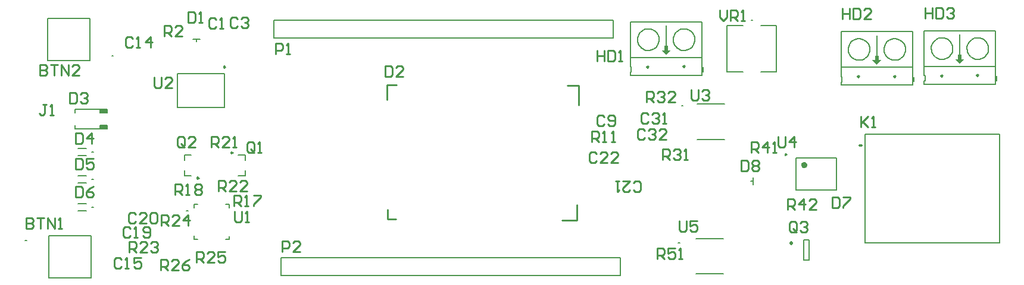
<source format=gto>
G04*
G04 #@! TF.GenerationSoftware,Altium Limited,Altium Designer,23.9.2 (47)*
G04*
G04 Layer_Color=65535*
%FSLAX44Y44*%
%MOMM*%
G71*
G04*
G04 #@! TF.SameCoordinates,96740390-7EB4-44B9-9E62-99E587B0A754*
G04*
G04*
G04 #@! TF.FilePolarity,Positive*
G04*
G01*
G75*
%ADD10C,0.2000*%
%ADD11C,0.1778*%
%ADD12C,0.1000*%
%ADD13C,0.2500*%
%ADD14C,0.3000*%
%ADD15C,0.1270*%
%ADD16C,0.1524*%
%ADD17C,0.2540*%
%ADD18C,0.5000*%
%ADD19R,1.0000X0.5000*%
G36*
X918845Y328295D02*
X925195Y334645D01*
X921385D01*
Y340995D01*
X916305D01*
Y334645D01*
X912495D01*
X918845Y328295D01*
D02*
G37*
G36*
X1118205Y168122D02*
X1112191D01*
Y174115D01*
X1118205D01*
Y168122D01*
D02*
G37*
G36*
X1218565Y314325D02*
X1224915Y320675D01*
X1221105D01*
Y327025D01*
X1216025D01*
Y320675D01*
X1212215D01*
X1218565Y314325D01*
D02*
G37*
G36*
X1336675Y315595D02*
X1343025Y321945D01*
X1339215D01*
Y328295D01*
X1334135D01*
Y321945D01*
X1330325D01*
X1336675Y315595D01*
D02*
G37*
D10*
X104265Y189865D02*
X102265D01*
X104265D01*
X238915Y106005D02*
X236915D01*
X238915D01*
X1041765Y377825D02*
X1039765D01*
X1041765D01*
X942945Y256095D02*
X940945D01*
X942945D01*
X132715Y326885D02*
X130715D01*
X132715D01*
X104265Y111125D02*
X102265D01*
X104265D01*
Y150495D02*
X102265D01*
X104265D01*
X938175Y60275D02*
X936175D01*
X938175D01*
X1118811Y171115D02*
X1117967Y173433D01*
X1115831Y174666D01*
X1113402Y174237D01*
X1111817Y172348D01*
Y169882D01*
X1113402Y167992D01*
X1115831Y167564D01*
X1117967Y168797D01*
X1118811Y171115D01*
X1090619Y186115D02*
X1088498Y187340D01*
Y184890D01*
X1090619Y186115D01*
X9205Y63365D02*
X7205D01*
X9205D01*
X454448Y352425D02*
X456565D01*
X361315D02*
X824865D01*
X843915D01*
Y377825D01*
X361315D02*
X843915D01*
X361315Y352425D02*
Y377825D01*
X310055Y185815D02*
X320055D01*
Y177815D02*
Y185815D01*
X310055Y155815D02*
X320055D01*
Y163815D01*
X223675Y253495D02*
Y301495D01*
X290675Y253495D02*
Y301495D01*
X223675Y253495D02*
X290675D01*
X223675Y301495D02*
X290675D01*
X233665Y177815D02*
Y185815D01*
X243665D01*
X233665Y155815D02*
Y163815D01*
Y155815D02*
X243665D01*
X1103705Y181115D02*
X1160705D01*
Y135115D02*
Y181115D01*
X1103705Y135115D02*
X1160705D01*
X1103705D02*
Y181115D01*
X464608Y13335D02*
X466725D01*
X371475D02*
X835025D01*
X854075D01*
Y38735D01*
X371475D02*
X854075D01*
X371475Y13335D02*
Y38735D01*
D11*
X934382Y338143D02*
X936439Y336685D01*
X938708Y335585D01*
X941126Y334871D01*
X943628Y334562D01*
X946148Y334669D01*
X948615Y335186D01*
X950965Y336101D01*
X953133Y337388D01*
X955061Y339014D01*
X956696Y340933D01*
X957995Y343094D01*
X958921Y345439D01*
X959452Y347904D01*
X959570Y350423D01*
X959275Y352927D01*
X958574Y355349D01*
X957484Y357623D01*
X956038Y359688D01*
X954272Y361488D01*
X952235Y362974D01*
X949982Y364106D01*
X947574Y364854D01*
X945076Y365197D01*
X942555Y365127D01*
X940081Y364644D01*
X937719Y363762D01*
X935533Y362505D01*
X933583Y360906D01*
X931921Y359010D01*
X930592Y356867D01*
X929632Y354536D01*
X929068Y352078D01*
X928913Y349562D01*
X929174Y347053D01*
X929842Y344622D01*
X930899Y342333D01*
X932317Y340248D01*
X934057Y338424D01*
X894563Y311023D02*
X892937Y312649D01*
X891311Y311023D01*
X892937Y309397D01*
X894563Y311023D01*
X945871Y311277D02*
X944245Y312903D01*
X942619Y311277D01*
X944245Y309651D01*
X945871Y311277D01*
X883604Y338124D02*
X885664Y336671D01*
X887934Y335575D01*
X890352Y334865D01*
X892855Y334561D01*
X895373Y334672D01*
X897839Y335193D01*
X900187Y336111D01*
X902352Y337402D01*
X904277Y339030D01*
X905909Y340951D01*
X907204Y343113D01*
X908127Y345458D01*
X908654Y347924D01*
X908770Y350442D01*
X908472Y352944D01*
X907767Y355365D01*
X906676Y357637D01*
X905228Y359700D01*
X903461Y361497D01*
X901423Y362981D01*
X899170Y364111D01*
X896762Y364857D01*
X894264Y365198D01*
X891745Y365125D01*
X889271Y364641D01*
X886910Y363758D01*
X884726Y362500D01*
X882777Y360901D01*
X881116Y359005D01*
X879789Y356862D01*
X878831Y354530D01*
X878267Y352074D01*
X878114Y349558D01*
X878374Y347051D01*
X879042Y344620D01*
X880099Y342332D01*
X881517Y340247D01*
X883257Y338424D01*
X1301434Y325424D02*
X1303494Y323971D01*
X1305764Y322875D01*
X1308182Y322165D01*
X1310685Y321861D01*
X1313203Y321972D01*
X1315669Y322493D01*
X1318017Y323411D01*
X1320182Y324702D01*
X1322106Y326330D01*
X1323739Y328251D01*
X1325034Y330413D01*
X1325957Y332758D01*
X1326484Y335224D01*
X1326600Y337742D01*
X1326302Y340244D01*
X1325597Y342665D01*
X1324506Y344937D01*
X1323058Y347000D01*
X1321291Y348797D01*
X1319253Y350281D01*
X1317000Y351411D01*
X1314592Y352157D01*
X1312094Y352498D01*
X1309575Y352425D01*
X1307101Y351941D01*
X1304740Y351058D01*
X1302556Y349800D01*
X1300607Y348201D01*
X1298947Y346305D01*
X1297619Y344162D01*
X1296661Y341830D01*
X1296097Y339374D01*
X1295944Y336858D01*
X1296204Y334351D01*
X1296872Y331920D01*
X1297929Y329632D01*
X1299347Y327547D01*
X1301087Y325724D01*
X1363701Y298577D02*
X1362075Y300203D01*
X1360449Y298577D01*
X1362075Y296951D01*
X1363701Y298577D01*
X1312393Y298323D02*
X1310767Y299949D01*
X1309141Y298323D01*
X1310767Y296697D01*
X1312393Y298323D01*
X1352212Y325443D02*
X1354269Y323985D01*
X1356538Y322885D01*
X1358956Y322171D01*
X1361458Y321862D01*
X1363978Y321968D01*
X1366445Y322486D01*
X1368795Y323401D01*
X1370963Y324688D01*
X1372891Y326314D01*
X1374526Y328233D01*
X1375824Y330394D01*
X1376751Y332739D01*
X1377281Y335204D01*
X1377401Y337723D01*
X1377105Y340227D01*
X1376404Y342649D01*
X1375314Y344923D01*
X1373867Y346988D01*
X1372102Y348788D01*
X1370065Y350274D01*
X1367812Y351406D01*
X1365404Y352154D01*
X1362906Y352497D01*
X1360385Y352427D01*
X1357911Y351944D01*
X1355549Y351062D01*
X1353363Y349805D01*
X1351413Y348206D01*
X1349751Y346310D01*
X1348422Y344167D01*
X1347462Y341836D01*
X1346898Y339378D01*
X1346743Y336861D01*
X1347004Y334353D01*
X1347672Y331922D01*
X1348729Y329633D01*
X1350147Y327548D01*
X1351887Y325723D01*
X1183324Y324154D02*
X1185384Y322701D01*
X1187654Y321605D01*
X1190072Y320895D01*
X1192575Y320591D01*
X1195093Y320702D01*
X1197559Y321223D01*
X1199907Y322141D01*
X1202072Y323432D01*
X1203997Y325060D01*
X1205629Y326981D01*
X1206924Y329143D01*
X1207847Y331488D01*
X1208374Y333954D01*
X1208490Y336471D01*
X1208192Y338974D01*
X1207487Y341395D01*
X1206396Y343667D01*
X1204948Y345730D01*
X1203181Y347528D01*
X1201143Y349011D01*
X1198890Y350141D01*
X1196482Y350887D01*
X1193984Y351228D01*
X1191465Y351155D01*
X1188991Y350671D01*
X1186630Y349788D01*
X1184446Y348530D01*
X1182497Y346931D01*
X1180836Y345035D01*
X1179509Y342892D01*
X1178551Y340560D01*
X1177987Y338104D01*
X1177834Y335588D01*
X1178094Y333080D01*
X1178762Y330650D01*
X1179819Y328362D01*
X1181237Y326277D01*
X1182977Y324454D01*
X1245591Y297307D02*
X1243965Y298933D01*
X1242339Y297307D01*
X1243965Y295681D01*
X1245591Y297307D01*
X1194283Y297053D02*
X1192657Y298679D01*
X1191031Y297053D01*
X1192657Y295427D01*
X1194283Y297053D01*
X1234102Y324173D02*
X1236159Y322715D01*
X1238428Y321615D01*
X1240846Y320901D01*
X1243348Y320592D01*
X1245868Y320699D01*
X1248335Y321216D01*
X1250685Y322131D01*
X1252853Y323418D01*
X1254781Y325044D01*
X1256416Y326963D01*
X1257714Y329124D01*
X1258641Y331469D01*
X1259172Y333934D01*
X1259290Y336453D01*
X1258995Y338957D01*
X1258294Y341379D01*
X1257204Y343653D01*
X1255758Y345718D01*
X1253992Y347518D01*
X1251955Y349004D01*
X1249702Y350136D01*
X1247294Y350884D01*
X1244796Y351227D01*
X1242275Y351157D01*
X1239801Y350674D01*
X1237439Y349792D01*
X1235253Y348535D01*
X1233303Y346936D01*
X1231641Y345040D01*
X1230312Y342897D01*
X1229352Y340566D01*
X1228788Y338108D01*
X1228633Y335592D01*
X1228894Y333083D01*
X1229561Y330652D01*
X1230619Y328363D01*
X1232037Y326278D01*
X1233777Y324454D01*
X868299Y324485D02*
X969137D01*
X969645Y337185D02*
Y375285D01*
X868045Y311531D02*
Y375285D01*
Y311531D02*
X869315D01*
Y303657D02*
Y311531D01*
X868045Y303657D02*
X869315D01*
X868045Y299085D02*
Y303657D01*
Y299085D02*
X969645D01*
Y337185D01*
X971169Y304165D02*
Y310515D01*
X918845Y331597D02*
Y369951D01*
X868045Y375285D02*
X969645D01*
X1285875Y362585D02*
X1387475D01*
X1336675Y318897D02*
Y357251D01*
X1388999Y291465D02*
Y297815D01*
X1387475Y286385D02*
Y324485D01*
X1285875Y286385D02*
X1387475D01*
X1285875D02*
Y290957D01*
X1287145D01*
Y298831D01*
X1285875D02*
X1287145D01*
X1285875D02*
Y362585D01*
X1387475Y324485D02*
Y362585D01*
X1286129Y311785D02*
X1386967D01*
X1167765Y361315D02*
X1269365D01*
X1218565Y317627D02*
Y355981D01*
X1270889Y290195D02*
Y296545D01*
X1269365Y285115D02*
Y323215D01*
X1167765Y285115D02*
X1269365D01*
X1167765D02*
Y289687D01*
X1169035D01*
Y297561D01*
X1167765D02*
X1169035D01*
X1167765D02*
Y361315D01*
X1269365Y323215D02*
Y361315D01*
X1168019Y310515D02*
X1268857D01*
D12*
X1141655Y103365D02*
D03*
D13*
X302305Y188815D02*
X300430Y189898D01*
Y187733D01*
X302305Y188815D01*
X291325Y310995D02*
X289450Y312078D01*
Y309912D01*
X291325Y310995D01*
X253915Y152815D02*
X252040Y153897D01*
Y151732D01*
X253915Y152815D01*
D14*
X1196305Y198985D02*
X1194305D01*
X1196305D01*
D15*
X82265Y195065D02*
X94265D01*
X82265Y184665D02*
X94265D01*
X247415Y65505D02*
X252915D01*
X247415D02*
Y70505D01*
X292415Y65505D02*
X297415D01*
Y69505D01*
Y110005D02*
Y115505D01*
X292415D02*
X297415D01*
X247415Y110005D02*
Y115505D01*
X252415D01*
X1005465Y304185D02*
Y370185D01*
X1005565Y304185D02*
X1028415D01*
X1053815D02*
X1075465D01*
Y370185D01*
X1053815D02*
X1075465D01*
X1005565D02*
X1028415D01*
X962845Y207795D02*
X1001845D01*
X962845Y258295D02*
X1001845D01*
X39215Y319885D02*
X99215D01*
Y379885D01*
X39215D02*
X99215D01*
X39215Y319885D02*
Y379885D01*
X82265Y105925D02*
X94265D01*
X82265Y116325D02*
X94265D01*
X82265Y145295D02*
X94265D01*
X82265Y155695D02*
X94265D01*
X961575Y66465D02*
X1000575D01*
X961575Y16085D02*
X1000575D01*
X77965Y250855D02*
X123965D01*
X77965Y222855D02*
X123965D01*
X77965Y245855D02*
Y250855D01*
X123965Y245855D02*
Y250855D01*
X77965Y222855D02*
Y227855D01*
X123965Y222855D02*
Y227855D01*
X113965Y245855D02*
X123965D01*
X113965Y227855D02*
X123965D01*
X113965Y245965D02*
Y250855D01*
Y222855D02*
Y227855D01*
X1201805Y60295D02*
Y215295D01*
X1392805D01*
Y60295D02*
Y215295D01*
X1201805Y60295D02*
X1392805D01*
X1114425Y35665D02*
Y64665D01*
Y35665D02*
X1122045D01*
Y64665D01*
X1114425D02*
X1122045D01*
X100705Y10365D02*
Y70365D01*
X40705Y10365D02*
X100705D01*
X40705D02*
Y70365D01*
X100705D01*
D16*
X250825Y346837D02*
Y350647D01*
X245745D02*
X255905D01*
X1042797Y142875D02*
Y153035D01*
X1038987Y147955D02*
X1042797D01*
D17*
X770444Y92508D02*
X792034D01*
Y114098D01*
X522794Y93778D02*
X534224D01*
X522794D02*
Y107748D01*
X521524Y263958D02*
Y285548D01*
X535494D01*
X794574Y256338D02*
Y284278D01*
X778064D02*
X794574D01*
X995051Y391792D02*
Y381636D01*
X1000129Y376558D01*
X1005208Y381636D01*
Y391792D01*
X1010286Y376558D02*
Y391792D01*
X1017903D01*
X1020443Y389253D01*
Y384175D01*
X1017903Y381636D01*
X1010286D01*
X1015364D02*
X1020443Y376558D01*
X1025521D02*
X1030599D01*
X1028060D01*
Y391792D01*
X1025521Y389253D01*
X937641Y91308D02*
Y78612D01*
X940180Y76073D01*
X945258D01*
X947798Y78612D01*
Y91308D01*
X963033D02*
X952876D01*
Y83691D01*
X957954Y86230D01*
X960494D01*
X963033Y83691D01*
Y78612D01*
X960494Y76073D01*
X955415D01*
X952876Y78612D01*
X1078103Y211450D02*
Y198754D01*
X1080642Y196215D01*
X1085721D01*
X1088260Y198754D01*
Y211450D01*
X1100956Y196215D02*
Y211450D01*
X1093338Y203832D01*
X1103495D01*
X954409Y278762D02*
Y266067D01*
X956948Y263528D01*
X962027D01*
X964566Y266067D01*
Y278762D01*
X969644Y276223D02*
X972183Y278762D01*
X977262D01*
X979801Y276223D01*
Y273684D01*
X977262Y271145D01*
X974723D01*
X977262D01*
X979801Y268606D01*
Y266067D01*
X977262Y263528D01*
X972183D01*
X969644Y266067D01*
X191139Y296542D02*
Y283847D01*
X193678Y281308D01*
X198757D01*
X201296Y283847D01*
Y296542D01*
X216531Y281308D02*
X206374D01*
X216531Y291464D01*
Y294003D01*
X213992Y296542D01*
X208913D01*
X206374Y294003D01*
X305438Y104773D02*
Y92077D01*
X307978Y89537D01*
X313056D01*
X315595Y92077D01*
Y104773D01*
X320673Y89537D02*
X325752D01*
X323213D01*
Y104773D01*
X320673Y102233D01*
X906151Y37468D02*
Y52702D01*
X913768D01*
X916308Y50163D01*
Y45085D01*
X913768Y42546D01*
X906151D01*
X911229D02*
X916308Y37468D01*
X931543Y52702D02*
X921386D01*
Y45085D01*
X926464Y47624D01*
X929003D01*
X931543Y45085D01*
Y40007D01*
X929003Y37468D01*
X923925D01*
X921386Y40007D01*
X936621Y37468D02*
X941699D01*
X939160D01*
Y52702D01*
X936621Y50163D01*
X1091572Y107317D02*
Y122552D01*
X1099189D01*
X1101728Y120013D01*
Y114935D01*
X1099189Y112396D01*
X1091572D01*
X1096650D02*
X1101728Y107317D01*
X1114424D02*
Y122552D01*
X1106807Y114935D01*
X1116963D01*
X1132198Y107317D02*
X1122042D01*
X1132198Y117474D01*
Y120013D01*
X1129659Y122552D01*
X1124581D01*
X1122042Y120013D01*
X1040003Y188595D02*
Y203830D01*
X1047620D01*
X1050160Y201291D01*
Y196213D01*
X1047620Y193673D01*
X1040003D01*
X1045081D02*
X1050160Y188595D01*
X1062856D02*
Y203830D01*
X1055238Y196213D01*
X1065395D01*
X1070473Y188595D02*
X1075552D01*
X1073012D01*
Y203830D01*
X1070473Y201291D01*
X890912Y260987D02*
Y276222D01*
X898529D01*
X901068Y273683D01*
Y268605D01*
X898529Y266066D01*
X890912D01*
X895990D02*
X901068Y260987D01*
X906147Y273683D02*
X908686Y276222D01*
X913764D01*
X916303Y273683D01*
Y271144D01*
X913764Y268605D01*
X911225D01*
X913764D01*
X916303Y266066D01*
Y263527D01*
X913764Y260987D01*
X908686D01*
X906147Y263527D01*
X931538Y260987D02*
X921382D01*
X931538Y271144D01*
Y273683D01*
X928999Y276222D01*
X923921D01*
X921382Y273683D01*
X913771Y178438D02*
Y193673D01*
X921388D01*
X923928Y191133D01*
Y186055D01*
X921388Y183516D01*
X913771D01*
X918849D02*
X923928Y178438D01*
X929006Y191133D02*
X931545Y193673D01*
X936623D01*
X939163Y191133D01*
Y188594D01*
X936623Y186055D01*
X934084D01*
X936623D01*
X939163Y183516D01*
Y180977D01*
X936623Y178438D01*
X931545D01*
X929006Y180977D01*
X944241Y178438D02*
X949319D01*
X946780D01*
Y193673D01*
X944241Y191133D01*
X200032Y20958D02*
Y36193D01*
X207649D01*
X210188Y33653D01*
Y28575D01*
X207649Y26036D01*
X200032D01*
X205110D02*
X210188Y20958D01*
X225423D02*
X215267D01*
X225423Y31114D01*
Y33653D01*
X222884Y36193D01*
X217806D01*
X215267Y33653D01*
X240658Y36193D02*
X235580Y33653D01*
X230502Y28575D01*
Y23497D01*
X233041Y20958D01*
X238119D01*
X240658Y23497D01*
Y26036D01*
X238119Y28575D01*
X230502D01*
X250832Y32387D02*
Y47622D01*
X258449D01*
X260988Y45083D01*
Y40005D01*
X258449Y37466D01*
X250832D01*
X255910D02*
X260988Y32387D01*
X276223D02*
X266067D01*
X276223Y42544D01*
Y45083D01*
X273684Y47622D01*
X268606D01*
X266067Y45083D01*
X291458Y47622D02*
X281302D01*
Y40005D01*
X286380Y42544D01*
X288919D01*
X291458Y40005D01*
Y34927D01*
X288919Y32387D01*
X283841D01*
X281302Y34927D01*
X201302Y84458D02*
Y99692D01*
X208919D01*
X211458Y97153D01*
Y92075D01*
X208919Y89536D01*
X201302D01*
X206380D02*
X211458Y84458D01*
X226693D02*
X216537D01*
X226693Y94614D01*
Y97153D01*
X224154Y99692D01*
X219076D01*
X216537Y97153D01*
X239389Y84458D02*
Y99692D01*
X231772Y92075D01*
X241928D01*
X155582Y46357D02*
Y61592D01*
X163199D01*
X165738Y59053D01*
Y53975D01*
X163199Y51436D01*
X155582D01*
X160660D02*
X165738Y46357D01*
X180973D02*
X170817D01*
X180973Y56514D01*
Y59053D01*
X178434Y61592D01*
X173356D01*
X170817Y59053D01*
X186052D02*
X188591Y61592D01*
X193669D01*
X196208Y59053D01*
Y56514D01*
X193669Y53975D01*
X191130D01*
X193669D01*
X196208Y51436D01*
Y48897D01*
X193669Y46357D01*
X188591D01*
X186052Y48897D01*
X282582Y133988D02*
Y149222D01*
X290199D01*
X292738Y146683D01*
Y141605D01*
X290199Y139066D01*
X282582D01*
X287660D02*
X292738Y133988D01*
X307973D02*
X297817D01*
X307973Y144144D01*
Y146683D01*
X305434Y149222D01*
X300356D01*
X297817Y146683D01*
X323208Y133988D02*
X313052D01*
X323208Y144144D01*
Y146683D01*
X320669Y149222D01*
X315591D01*
X313052Y146683D01*
X272421Y196217D02*
Y211453D01*
X280038D01*
X282577Y208913D01*
Y203835D01*
X280038Y201296D01*
X272421D01*
X277499D02*
X282577Y196217D01*
X297813D02*
X287656D01*
X297813Y206374D01*
Y208913D01*
X295273Y211453D01*
X290195D01*
X287656Y208913D01*
X302891Y196217D02*
X307969D01*
X305430D01*
Y211453D01*
X302891Y208913D01*
X220351Y128907D02*
Y144143D01*
X227969D01*
X230508Y141603D01*
Y136525D01*
X227969Y133986D01*
X220351D01*
X225429D02*
X230508Y128907D01*
X235586D02*
X240665D01*
X238125D01*
Y144143D01*
X235586Y141603D01*
X248282D02*
X250821Y144143D01*
X255900D01*
X258439Y141603D01*
Y139064D01*
X255900Y136525D01*
X258439Y133986D01*
Y131447D01*
X255900Y128907D01*
X250821D01*
X248282Y131447D01*
Y133986D01*
X250821Y136525D01*
X248282Y139064D01*
Y141603D01*
X250821Y136525D02*
X255900D01*
X304171Y112397D02*
Y127633D01*
X311789D01*
X314328Y125093D01*
Y120015D01*
X311789Y117476D01*
X304171D01*
X309249D02*
X314328Y112397D01*
X319406D02*
X324485D01*
X321945D01*
Y127633D01*
X319406Y125093D01*
X332102Y127633D02*
X342259D01*
Y125093D01*
X332102Y114937D01*
Y112397D01*
X813440Y203838D02*
Y219072D01*
X821058D01*
X823597Y216533D01*
Y211455D01*
X821058Y208916D01*
X813440D01*
X818519D02*
X823597Y203838D01*
X828675D02*
X833754D01*
X831215D01*
Y219072D01*
X828675Y216533D01*
X841371Y203838D02*
X846450D01*
X843911D01*
Y219072D01*
X841371Y216533D01*
X205109Y354967D02*
Y370202D01*
X212727D01*
X215266Y367663D01*
Y362585D01*
X212727Y360046D01*
X205109D01*
X210187D02*
X215266Y354967D01*
X230501D02*
X220344D01*
X230501Y365124D01*
Y367663D01*
X227962Y370202D01*
X222883D01*
X220344Y367663D01*
X1104770Y78104D02*
Y88261D01*
X1102231Y90800D01*
X1097152D01*
X1094613Y88261D01*
Y78104D01*
X1097152Y75565D01*
X1102231D01*
X1099691Y80643D02*
X1104770Y75565D01*
X1102231D02*
X1104770Y78104D01*
X1109848Y88261D02*
X1112387Y90800D01*
X1117466D01*
X1120005Y88261D01*
Y85722D01*
X1117466Y83182D01*
X1114926D01*
X1117466D01*
X1120005Y80643D01*
Y78104D01*
X1117466Y75565D01*
X1112387D01*
X1109848Y78104D01*
X233804Y198754D02*
Y208911D01*
X231264Y211450D01*
X226186D01*
X223647Y208911D01*
Y198754D01*
X226186Y196215D01*
X231264D01*
X228725Y201293D02*
X233804Y196215D01*
X231264D02*
X233804Y198754D01*
X249039Y196215D02*
X238882D01*
X249039Y206372D01*
Y208911D01*
X246500Y211450D01*
X241421D01*
X238882Y208911D01*
X333375Y191137D02*
Y201293D01*
X330836Y203832D01*
X325757D01*
X323218Y201293D01*
Y191137D01*
X325757Y188598D01*
X330836D01*
X328297Y193676D02*
X333375Y188598D01*
X330836D02*
X333375Y191137D01*
X338453Y188598D02*
X343532D01*
X340993D01*
Y203832D01*
X338453Y201293D01*
X372999Y47371D02*
Y62606D01*
X380616D01*
X383156Y60067D01*
Y54988D01*
X380616Y52449D01*
X372999D01*
X398391Y47371D02*
X388234D01*
X398391Y57528D01*
Y60067D01*
X395852Y62606D01*
X390773D01*
X388234Y60067D01*
X363858Y329567D02*
Y344803D01*
X371476D01*
X374015Y342263D01*
Y337185D01*
X371476Y334646D01*
X363858D01*
X379093Y329567D02*
X384172D01*
X381633D01*
Y344803D01*
X379093Y342263D01*
X1195451Y240914D02*
Y225679D01*
Y230757D01*
X1205608Y240914D01*
X1197990Y233297D01*
X1205608Y225679D01*
X1210686D02*
X1215764D01*
X1213225D01*
Y240914D01*
X1210686Y238375D01*
X37465Y257173D02*
X32387D01*
X34926D01*
Y244477D01*
X32387Y241938D01*
X29848D01*
X27308Y244477D01*
X42543Y241938D02*
X47622D01*
X45083D01*
Y257173D01*
X42543Y254633D01*
X1287399Y395600D02*
Y380365D01*
Y387982D01*
X1297556D01*
Y395600D01*
Y380365D01*
X1302634Y395600D02*
Y380365D01*
X1310252D01*
X1312791Y382904D01*
Y393061D01*
X1310252Y395600D01*
X1302634D01*
X1317869Y393061D02*
X1320408Y395600D01*
X1325487D01*
X1328026Y393061D01*
Y390522D01*
X1325487Y387982D01*
X1322948D01*
X1325487D01*
X1328026Y385443D01*
Y382904D01*
X1325487Y380365D01*
X1320408D01*
X1317869Y382904D01*
X1169543Y394330D02*
Y379095D01*
Y386712D01*
X1179700D01*
Y394330D01*
Y379095D01*
X1184778Y394330D02*
Y379095D01*
X1192396D01*
X1194935Y381634D01*
Y391791D01*
X1192396Y394330D01*
X1184778D01*
X1210170Y379095D02*
X1200013D01*
X1210170Y389252D01*
Y391791D01*
X1207631Y394330D01*
X1202552D01*
X1200013Y391791D01*
X821061Y334642D02*
Y319408D01*
Y327025D01*
X831217D01*
Y334642D01*
Y319408D01*
X836296Y334642D02*
Y319408D01*
X843913D01*
X846453Y321947D01*
Y332103D01*
X843913Y334642D01*
X836296D01*
X851531Y319408D02*
X856609D01*
X854070D01*
Y334642D01*
X851531Y332103D01*
X1025779Y177922D02*
Y162687D01*
X1033397D01*
X1035936Y165226D01*
Y175383D01*
X1033397Y177922D01*
X1025779D01*
X1041014Y175383D02*
X1043553Y177922D01*
X1048632D01*
X1051171Y175383D01*
Y172844D01*
X1048632Y170305D01*
X1051171Y167765D01*
Y165226D01*
X1048632Y162687D01*
X1043553D01*
X1041014Y165226D01*
Y167765D01*
X1043553Y170305D01*
X1041014Y172844D01*
Y175383D01*
X1043553Y170305D02*
X1048632D01*
X1155069Y125092D02*
Y109858D01*
X1162687D01*
X1165226Y112397D01*
Y122553D01*
X1162687Y125092D01*
X1155069D01*
X1170304D02*
X1180461D01*
Y122553D01*
X1170304Y112397D01*
Y109858D01*
X79121Y140838D02*
Y125603D01*
X86739D01*
X89278Y128142D01*
Y138299D01*
X86739Y140838D01*
X79121D01*
X104513D02*
X99434Y138299D01*
X94356Y133221D01*
Y128142D01*
X96895Y125603D01*
X101974D01*
X104513Y128142D01*
Y130681D01*
X101974Y133221D01*
X94356D01*
X79121Y180208D02*
Y164973D01*
X86739D01*
X89278Y167512D01*
Y177669D01*
X86739Y180208D01*
X79121D01*
X104513D02*
X94356D01*
Y172591D01*
X99434Y175130D01*
X101974D01*
X104513Y172591D01*
Y167512D01*
X101974Y164973D01*
X96895D01*
X94356Y167512D01*
X79379Y216532D02*
Y201297D01*
X86997D01*
X89536Y203837D01*
Y213993D01*
X86997Y216532D01*
X79379D01*
X102232Y201297D02*
Y216532D01*
X94614Y208915D01*
X104771D01*
X70485Y274442D02*
Y259207D01*
X78102D01*
X80642Y261746D01*
Y271903D01*
X78102Y274442D01*
X70485D01*
X85720Y271903D02*
X88259Y274442D01*
X93338D01*
X95877Y271903D01*
Y269364D01*
X93338Y266824D01*
X90798D01*
X93338D01*
X95877Y264285D01*
Y261746D01*
X93338Y259207D01*
X88259D01*
X85720Y261746D01*
X519557Y312796D02*
Y297561D01*
X527174D01*
X529714Y300100D01*
Y310257D01*
X527174Y312796D01*
X519557D01*
X544949Y297561D02*
X534792D01*
X544949Y307718D01*
Y310257D01*
X542410Y312796D01*
X537331D01*
X534792Y310257D01*
X239398Y389253D02*
Y374017D01*
X247016D01*
X249555Y376557D01*
Y386713D01*
X247016Y389253D01*
X239398D01*
X254633Y374017D02*
X259712D01*
X257173D01*
Y389253D01*
X254633Y386713D01*
X888368Y220343D02*
X885829Y222882D01*
X880751D01*
X878212Y220343D01*
Y210187D01*
X880751Y207647D01*
X885829D01*
X888368Y210187D01*
X893447Y220343D02*
X895986Y222882D01*
X901064D01*
X903603Y220343D01*
Y217804D01*
X901064Y215265D01*
X898525D01*
X901064D01*
X903603Y212726D01*
Y210187D01*
X901064Y207647D01*
X895986D01*
X893447Y210187D01*
X918838Y207647D02*
X908682D01*
X918838Y217804D01*
Y220343D01*
X916299Y222882D01*
X911221D01*
X908682Y220343D01*
X893447Y243203D02*
X890908Y245742D01*
X885830D01*
X883291Y243203D01*
Y233047D01*
X885830Y230508D01*
X890908D01*
X893447Y233047D01*
X898526Y243203D02*
X901065Y245742D01*
X906143D01*
X908683Y243203D01*
Y240664D01*
X906143Y238125D01*
X903604D01*
X906143D01*
X908683Y235586D01*
Y233047D01*
X906143Y230508D01*
X901065D01*
X898526Y233047D01*
X913761Y230508D02*
X918839D01*
X916300D01*
Y245742D01*
X913761Y243203D01*
X819788Y187323D02*
X817249Y189862D01*
X812171D01*
X809632Y187323D01*
Y177167D01*
X812171Y174627D01*
X817249D01*
X819788Y177167D01*
X835023Y174627D02*
X824867D01*
X835023Y184784D01*
Y187323D01*
X832484Y189862D01*
X827406D01*
X824867Y187323D01*
X850258Y174627D02*
X840102D01*
X850258Y184784D01*
Y187323D01*
X847719Y189862D01*
X842641D01*
X840102Y187323D01*
X872722Y135257D02*
X875262Y132717D01*
X880340D01*
X882879Y135257D01*
Y145413D01*
X880340Y147952D01*
X875262D01*
X872722Y145413D01*
X857487Y147952D02*
X867644D01*
X857487Y137796D01*
Y135257D01*
X860027Y132717D01*
X865105D01*
X867644Y135257D01*
X852409Y147952D02*
X847331D01*
X849870D01*
Y132717D01*
X852409Y135257D01*
X164468Y100963D02*
X161929Y103503D01*
X156851D01*
X154312Y100963D01*
Y90807D01*
X156851Y88267D01*
X161929D01*
X164468Y90807D01*
X179703Y88267D02*
X169547D01*
X179703Y98424D01*
Y100963D01*
X177164Y103503D01*
X172086D01*
X169547Y100963D01*
X184782D02*
X187321Y103503D01*
X192399D01*
X194938Y100963D01*
Y90807D01*
X192399Y88267D01*
X187321D01*
X184782Y90807D01*
Y100963D01*
X156848Y80643D02*
X154309Y83182D01*
X149230D01*
X146691Y80643D01*
Y70487D01*
X149230Y67948D01*
X154309D01*
X156848Y70487D01*
X161926Y67948D02*
X167005D01*
X164465D01*
Y83182D01*
X161926Y80643D01*
X174622Y70487D02*
X177161Y67948D01*
X182240D01*
X184779Y70487D01*
Y80643D01*
X182240Y83182D01*
X177161D01*
X174622Y80643D01*
Y78104D01*
X177161Y75565D01*
X184779D01*
X144148Y36193D02*
X141609Y38733D01*
X136530D01*
X133991Y36193D01*
Y26037D01*
X136530Y23498D01*
X141609D01*
X144148Y26037D01*
X149226Y23498D02*
X154305D01*
X151765D01*
Y38733D01*
X149226Y36193D01*
X172079Y38733D02*
X161922D01*
Y31115D01*
X167001Y33654D01*
X169540D01*
X172079Y31115D01*
Y26037D01*
X169540Y23498D01*
X164461D01*
X161922Y26037D01*
X160398Y351151D02*
X157858Y353690D01*
X152780D01*
X150241Y351151D01*
Y340994D01*
X152780Y338455D01*
X157858D01*
X160398Y340994D01*
X165476Y338455D02*
X170554D01*
X168015D01*
Y353690D01*
X165476Y351151D01*
X185790Y338455D02*
Y353690D01*
X178172Y346073D01*
X188329D01*
X831216Y239393D02*
X828677Y241933D01*
X823598D01*
X821059Y239393D01*
Y229237D01*
X823598Y226698D01*
X828677D01*
X831216Y229237D01*
X836294D02*
X838833Y226698D01*
X843912D01*
X846451Y229237D01*
Y239393D01*
X843912Y241933D01*
X838833D01*
X836294Y239393D01*
Y236854D01*
X838833Y234315D01*
X846451D01*
X309750Y379345D02*
X307211Y381884D01*
X302132D01*
X299593Y379345D01*
Y369188D01*
X302132Y366649D01*
X307211D01*
X309750Y369188D01*
X314828Y379345D02*
X317367Y381884D01*
X322446D01*
X324985Y379345D01*
Y376806D01*
X322446Y374267D01*
X319906D01*
X322446D01*
X324985Y371727D01*
Y369188D01*
X322446Y366649D01*
X317367D01*
X314828Y369188D01*
X279270Y378583D02*
X276730Y381122D01*
X271652D01*
X269113Y378583D01*
Y368426D01*
X271652Y365887D01*
X276730D01*
X279270Y368426D01*
X284348Y365887D02*
X289426D01*
X286887D01*
Y381122D01*
X284348Y378583D01*
X28584Y314322D02*
Y299088D01*
X36202D01*
X38741Y301627D01*
Y304166D01*
X36202Y306705D01*
X28584D01*
X36202D01*
X38741Y309244D01*
Y311783D01*
X36202Y314322D01*
X28584D01*
X43819D02*
X53976D01*
X48898D01*
Y299088D01*
X59054D02*
Y314322D01*
X69211Y299088D01*
Y314322D01*
X84446Y299088D02*
X74289D01*
X84446Y309244D01*
Y311783D01*
X81907Y314322D01*
X76828D01*
X74289Y311783D01*
X8763Y95880D02*
Y80645D01*
X16380D01*
X18920Y83184D01*
Y85723D01*
X16380Y88263D01*
X8763D01*
X16380D01*
X18920Y90802D01*
Y93341D01*
X16380Y95880D01*
X8763D01*
X23998D02*
X34155D01*
X29076D01*
Y80645D01*
X39233D02*
Y95880D01*
X49390Y80645D01*
Y95880D01*
X54468Y80645D02*
X59547D01*
X57007D01*
Y95880D01*
X54468Y93341D01*
D18*
X1097033Y59760D02*
X1096985Y59713D01*
X1097033Y59665D01*
X1097080Y59713D01*
X1097033Y59760D01*
D19*
X118964Y248355D02*
D03*
X118965Y225355D02*
D03*
M02*

</source>
